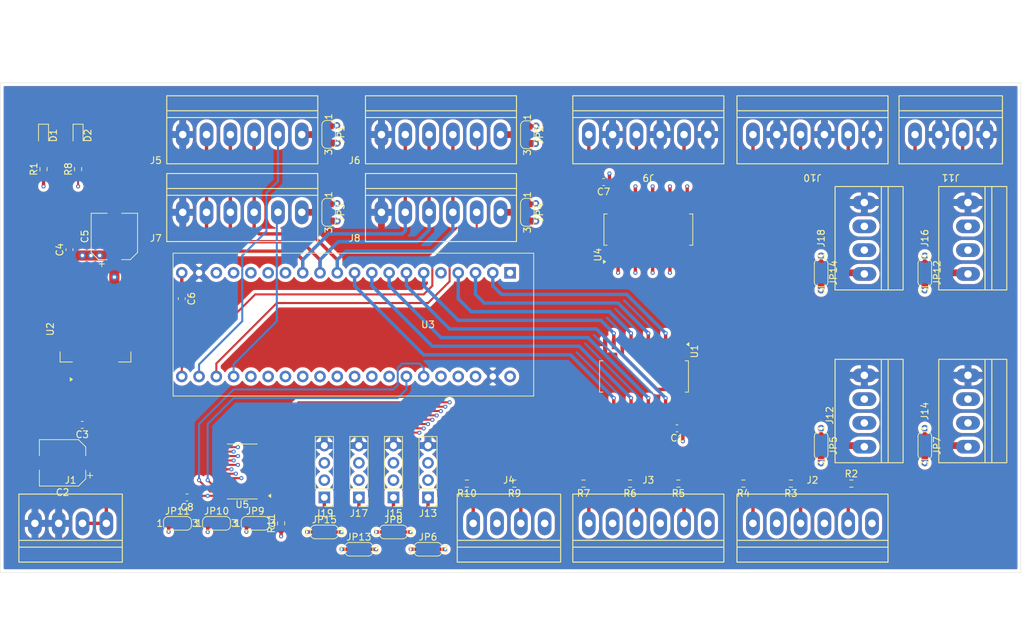
<source format=kicad_pcb>
(kicad_pcb
	(version 20240108)
	(generator "pcbnew")
	(generator_version "8.0")
	(general
		(thickness 1.6)
		(legacy_teardrops no)
	)
	(paper "A4")
	(layers
		(0 "F.Cu" signal)
		(1 "In1.Cu" signal)
		(2 "In2.Cu" signal)
		(31 "B.Cu" signal)
		(32 "B.Adhes" user "B.Adhesive")
		(33 "F.Adhes" user "F.Adhesive")
		(34 "B.Paste" user)
		(35 "F.Paste" user)
		(36 "B.SilkS" user "B.Silkscreen")
		(37 "F.SilkS" user "F.Silkscreen")
		(38 "B.Mask" user)
		(39 "F.Mask" user)
		(40 "Dwgs.User" user "User.Drawings")
		(41 "Cmts.User" user "User.Comments")
		(42 "Eco1.User" user "User.Eco1")
		(43 "Eco2.User" user "User.Eco2")
		(44 "Edge.Cuts" user)
		(45 "Margin" user)
		(46 "B.CrtYd" user "B.Courtyard")
		(47 "F.CrtYd" user "F.Courtyard")
		(48 "B.Fab" user)
		(49 "F.Fab" user)
		(50 "User.1" user)
		(51 "User.2" user)
		(52 "User.3" user)
		(53 "User.4" user)
		(54 "User.5" user)
		(55 "User.6" user)
		(56 "User.7" user)
		(57 "User.8" user)
		(58 "User.9" user)
	)
	(setup
		(stackup
			(layer "F.SilkS"
				(type "Top Silk Screen")
			)
			(layer "F.Paste"
				(type "Top Solder Paste")
			)
			(layer "F.Mask"
				(type "Top Solder Mask")
				(thickness 0.01)
			)
			(layer "F.Cu"
				(type "copper")
				(thickness 0.035)
			)
			(layer "dielectric 1"
				(type "prepreg")
				(thickness 0.1)
				(material "FR4")
				(epsilon_r 4.5)
				(loss_tangent 0.02)
			)
			(layer "In1.Cu"
				(type "copper")
				(thickness 0.035)
			)
			(layer "dielectric 2"
				(type "core")
				(thickness 1.24)
				(material "FR4")
				(epsilon_r 4.5)
				(loss_tangent 0.02)
			)
			(layer "In2.Cu"
				(type "copper")
				(thickness 0.035)
			)
			(layer "dielectric 3"
				(type "prepreg")
				(thickness 0.1)
				(material "FR4")
				(epsilon_r 4.5)
				(loss_tangent 0.02)
			)
			(layer "B.Cu"
				(type "copper")
				(thickness 0.035)
			)
			(layer "B.Mask"
				(type "Bottom Solder Mask")
				(thickness 0.01)
			)
			(layer "B.Paste"
				(type "Bottom Solder Paste")
			)
			(layer "B.SilkS"
				(type "Bottom Silk Screen")
			)
			(copper_finish "None")
			(dielectric_constraints no)
		)
		(pad_to_mask_clearance 0)
		(allow_soldermask_bridges_in_footprints no)
		(pcbplotparams
			(layerselection 0x00010fc_ffffffff)
			(plot_on_all_layers_selection 0x0000000_00000000)
			(disableapertmacros no)
			(usegerberextensions no)
			(usegerberattributes yes)
			(usegerberadvancedattributes yes)
			(creategerberjobfile yes)
			(dashed_line_dash_ratio 12.000000)
			(dashed_line_gap_ratio 3.000000)
			(svgprecision 4)
			(plotframeref no)
			(viasonmask no)
			(mode 1)
			(useauxorigin no)
			(hpglpennumber 1)
			(hpglpenspeed 20)
			(hpglpendiameter 15.000000)
			(pdf_front_fp_property_popups yes)
			(pdf_back_fp_property_popups yes)
			(dxfpolygonmode yes)
			(dxfimperialunits yes)
			(dxfusepcbnewfont yes)
			(psnegative no)
			(psa4output no)
			(plotreference yes)
			(plotvalue yes)
			(plotfptext yes)
			(plotinvisibletext no)
			(sketchpadsonfab no)
			(subtractmaskfromsilk no)
			(outputformat 1)
			(mirror no)
			(drillshape 1)
			(scaleselection 1)
			(outputdirectory "")
		)
	)
	(net 0 "")
	(net 1 "GND")
	(net 2 "+5V")
	(net 3 "+3.3V")
	(net 4 "Net-(D1-A)")
	(net 5 "Net-(D2-A)")
	(net 6 "POCI")
	(net 7 "Net-(J5-Pin_1)")
	(net 8 "PICO")
	(net 9 "SCK")
	(net 10 "CS1")
	(net 11 "CS0")
	(net 12 "Net-(J6-Pin_1)")
	(net 13 "CS3")
	(net 14 "Net-(J7-Pin_1)")
	(net 15 "Net-(J8-Pin_1)")
	(net 16 "CS2")
	(net 17 "Net-(J9-Pin_4)")
	(net 18 "Net-(J9-Pin_6)")
	(net 19 "Net-(J9-Pin_2)")
	(net 20 "OUT-SD0")
	(net 21 "Net-(J12-Pin_1)")
	(net 22 "OUT-SC0")
	(net 23 "OUT-SC4")
	(net 24 "Net-(J13-Pin_1)")
	(net 25 "OUT-SD4")
	(net 26 "OUT-SC1")
	(net 27 "Net-(J14-Pin_1)")
	(net 28 "OUT-SD1")
	(net 29 "OUT-SC5")
	(net 30 "OUT-SD5")
	(net 31 "Net-(J15-Pin_1)")
	(net 32 "OUT-SC2")
	(net 33 "OUT-SD2")
	(net 34 "Net-(J16-Pin_1)")
	(net 35 "Net-(J17-Pin_1)")
	(net 36 "OUT-SC6")
	(net 37 "OUT-SD6")
	(net 38 "OUT-SC3")
	(net 39 "Net-(J18-Pin_1)")
	(net 40 "OUT-SD3")
	(net 41 "Net-(J19-Pin_1)")
	(net 42 "OUT-SC7")
	(net 43 "OUT-SD7")
	(net 44 "Net-(JP9-C)")
	(net 45 "Net-(JP10-C)")
	(net 46 "Net-(JP11-C)")
	(net 47 "Net-(U5-~{RESET})")
	(net 48 "AUX-IN3")
	(net 49 "AUX-IN1")
	(net 50 "AUX-IN6")
	(net 51 "AUX-IN2")
	(net 52 "AUX-IN4")
	(net 53 "SW1-AZ")
	(net 54 "SW2-AZ")
	(net 55 "AUX-IN5")
	(net 56 "unconnected-(U3-PB1-Pad15)")
	(net 57 "unconnected-(U3-3V3-Pad18)")
	(net 58 "EN-AZ")
	(net 59 "EN-EL")
	(net 60 "unconnected-(U3-PB2-Pad16)")
	(net 61 "unconnected-(U3-NRST-Pad5)")
	(net 62 "AUX-OUT1")
	(net 63 "DIR-AZ")
	(net 64 "SCL")
	(net 65 "unconnected-(U3-PB9-Pad37)")
	(net 66 "SDA")
	(net 67 "unconnected-(U3-PB0-Pad14)")
	(net 68 "unconnected-(U3-VBAT-Pad1)")
	(net 69 "unconnected-(U3-3V3-Pad40)")
	(net 70 "unconnected-(U3-PB8-Pad36)")
	(net 71 "unconnected-(U3-PB10-Pad17)")
	(net 72 "STEP-AZ")
	(net 73 "STEP-EL")
	(net 74 "unconnected-(U3-PB5-Pad33)")
	(net 75 "DIR-EL")
	(net 76 "AUX-OUT2")
	(net 77 "Net-(J10-Pin_4)")
	(net 78 "Net-(J10-Pin_6)")
	(net 79 "Net-(J10-Pin_2)")
	(net 80 "Net-(J11-Pin_4)")
	(net 81 "Net-(J11-Pin_2)")
	(net 82 "Net-(J4-Pin_1)")
	(net 83 "Net-(J4-Pin_3)")
	(net 84 "Net-(J3-Pin_5)")
	(net 85 "Net-(J3-Pin_3)")
	(net 86 "Net-(J3-Pin_1)")
	(net 87 "Net-(J2-Pin_1)")
	(net 88 "Net-(J2-Pin_5)")
	(net 89 "Net-(J2-Pin_3)")
	(footprint "LED_SMD:LED_0603_1608Metric_Pad1.05x0.95mm_HandSolder" (layer "F.Cu") (at 62.23 71.261 -90))
	(footprint "Jumper:SolderJumper-3_P1.3mm_Open_RoundedPad1.0x1.5mm_NumberLabels" (layer "F.Cu") (at 76.835 128.27))
	(footprint "spta:SPTA-1-6-3,5" (layer "F.Cu") (at 115.57 82.55 180))
	(footprint "spta:SPTA-1-6-3,5" (layer "F.Cu") (at 170.18 71.12 180))
	(footprint "spta:SPTA-1-6-3,5" (layer "F.Cu") (at 146.05 128.27))
	(footprint "Capacitor_SMD:C_0603_1608Metric_Pad1.08x0.95mm_HandSolder" (layer "F.Cu") (at 139.4725 78.105 180))
	(footprint "Jumper:SolderJumper-3_P1.3mm_Open_RoundedPad1.0x1.5mm_NumberLabels" (layer "F.Cu") (at 186.69 116.84 -90))
	(footprint "spta:SPTA-1-4-3,5" (layer "F.Cu") (at 125.56 128.27))
	(footprint "spta:SPTA-1-6-3,5" (layer "F.Cu") (at 170.18 128.27))
	(footprint "Jumper:SolderJumper-3_P1.3mm_Open_RoundedPad1.0x1.5mm_NumberLabels" (layer "F.Cu") (at 128.27 71.15 -90))
	(footprint "Capacitor_SMD:C_0603_1608Metric_Pad1.08x0.95mm_HandSolder" (layer "F.Cu") (at 150.2675 114.3 180))
	(footprint "spta:SPTA-1-4-3,5" (layer "F.Cu") (at 177.8 111.76 90))
	(footprint "Jumper:SolderJumper-3_P1.3mm_Open_RoundedPad1.0x1.5mm_NumberLabels" (layer "F.Cu") (at 171.45 116.84 -90))
	(footprint "Jumper:SolderJumper-3_P1.3mm_Open_RoundedPad1.0x1.5mm_NumberLabels" (layer "F.Cu") (at 99.06 82.55 -90))
	(footprint "Resistor_SMD:R_0603_1608Metric_Pad0.98x0.95mm_HandSolder" (layer "F.Cu") (at 92.075 128.27 90))
	(footprint "BlackPill_F4xx_v2:BlackPill_F4xx_v2" (layer "F.Cu") (at 125.73 91.44 90))
	(footprint "spta:SPTA-1-6-3,5" (layer "F.Cu") (at 146.05 71.12 180))
	(footprint "Resistor_SMD:R_0603_1608Metric_Pad0.98x0.95mm_HandSolder" (layer "F.Cu") (at 119.38 122.428 180))
	(footprint "Resistor_SMD:R_0603_1608Metric_Pad0.98x0.95mm_HandSolder" (layer "F.Cu") (at 160.02 122.428 180))
	(footprint "Resistor_SMD:R_0603_1608Metric_Pad0.98x0.95mm_HandSolder" (layer "F.Cu") (at 136.525 122.428 180))
	(footprint "Jumper:SolderJumper-3_P1.3mm_Open_RoundedPad1.0x1.5mm_NumberLabels" (layer "F.Cu") (at 186.69 91.44 -90))
	(footprint "Resistor_SMD:R_0603_1608Metric_Pad0.98x0.95mm_HandSolder" (layer "F.Cu") (at 175.895 122.428))
	(footprint "Capacitor_SMD:C_0603_1608Metric_Pad1.08x0.95mm_HandSolder" (layer "F.Cu") (at 78.232 124.46 180))
	(footprint "Package_SO:SO-20_12.8x7.5mm_P1.27mm" (layer "F.Cu") (at 145.415 106.68 -90))
	(footprint "Resistor_SMD:R_0603_1608Metric_Pad0.98x0.95mm_HandSolder" (layer "F.Cu") (at 57.15 76.2 90))
	(footprint "spta:SPTA-1-4-3,5" (layer "F.Cu") (at 193.04 86.36 90))
	(footprint "Jumper:SolderJumper-3_P1.3mm_Open_RoundedPad1.0x1.5mm_NumberLabels" (layer "F.Cu") (at 171.45 91.44 -90))
	(footprint "Jumper:SolderJumper-3_P1.3mm_Open_RoundedPad1.0x1.5mm_NumberLabels" (layer "F.Cu") (at 113.665 132.08))
	(footprint "spta:SPTA-1-6-3,5" (layer "F.Cu") (at 115.57 71.12 180))
	(footprint "Connector_PinHeader_2.54mm:PinHeader_1x04_P2.54mm_Vertical" (layer "F.Cu") (at 113.665 124.46 180))
	(footprint "Jumper:SolderJumper-3_P1.3mm_Open_RoundedPad1.0x1.5mm_NumberLabels" (layer "F.Cu") (at 98.425 129.54))
	(footprint "spta:SPTA-1-6-3,5" (layer "F.Cu") (at 86.36 71.12 180))
	(footprint "Resistor_SMD:R_0603_1608Metric_Pad0.98x0.95mm_HandSolder" (layer "F.Cu") (at 167.005 122.428 180))
	(footprint "Jumper:SolderJumper-3_P1.3mm_Open_RoundedPad1.0x1.5mm_NumberLabels" (layer "F.Cu") (at 82.58 128.27))
	(footprint "Jumper:SolderJumper-3_P1.3mm_Open_RoundedPad1.0x1.5mm_NumberLabels" (layer "F.Cu") (at 88.265 128.27))
	(footprint "spta:SPTA-1-4-3,5" (layer "F.Cu") (at 193.04 111.76 90))
	(footprint "Connector_PinHeader_2.54mm:PinHeader_1x04_P2.54mm_Vertical" (layer "F.Cu") (at 103.505 124.46 180))
	(footprint "Jumper:SolderJumper-3_P1.3mm_Open_RoundedPad1.0x1.5mm_NumberLabels" (layer "F.Cu") (at 99.06 71.09 -90))
	(footprint "Capacitor_SMD:C_0603_1608Metric_Pad1.08x0.95mm_HandSolder" (layer "F.Cu") (at 77.47 95.25 -90))
	(footprint "spta:SPTA-1-4-3,5" (layer "F.Cu") (at 177.8 86.36 90))
	(footprint "Package_TO_SOT_SMD:TO-263-3_TabPin2"
		(layer "F.Cu")
		(uuid "85e0d6a1-6622-4490-a439-6a930d366dcf")
		(at 64.789 99.725 90)
		(descr "TO-263/D2PAK/DDPAK SMD package, http://www.infineon.com/cms/en/product/packages/PG-TO263/PG-TO263-3-1/")
		(tags "D2PAK DDPAK 
... [1343062 chars truncated]
</source>
